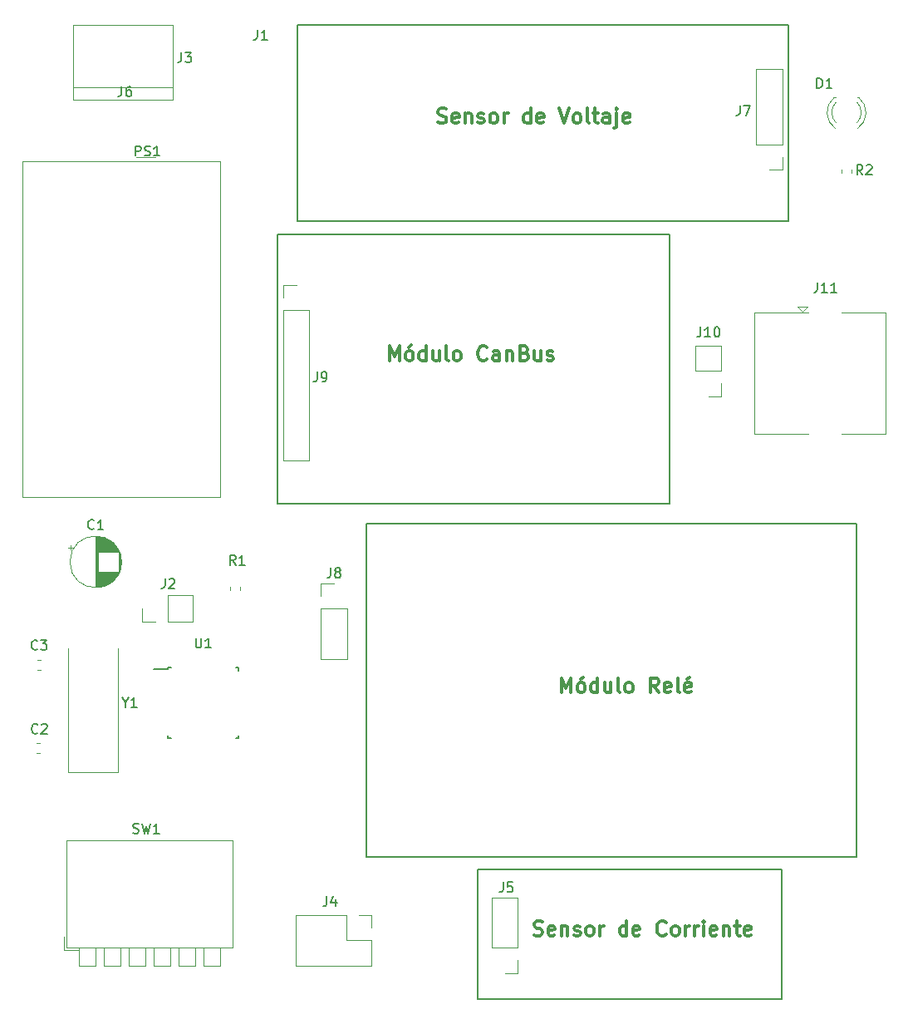
<source format=gto>
G04 #@! TF.GenerationSoftware,KiCad,Pcbnew,(5.1.6)-1*
G04 #@! TF.CreationDate,2021-11-02T04:41:39+01:00*
G04 #@! TF.ProjectId,SLAVE,534c4156-452e-46b6-9963-61645f706362,V1*
G04 #@! TF.SameCoordinates,Original*
G04 #@! TF.FileFunction,Legend,Top*
G04 #@! TF.FilePolarity,Positive*
%FSLAX46Y46*%
G04 Gerber Fmt 4.6, Leading zero omitted, Abs format (unit mm)*
G04 Created by KiCad (PCBNEW (5.1.6)-1) date 2021-11-02 04:41:39*
%MOMM*%
%LPD*%
G01*
G04 APERTURE LIST*
%ADD10C,0.300000*%
%ADD11C,0.150000*%
%ADD12C,0.120000*%
%ADD13C,4.600000*%
%ADD14C,2.600000*%
%ADD15C,3.300000*%
%ADD16C,1.700000*%
%ADD17R,1.700000X1.700000*%
%ADD18C,1.900000*%
%ADD19R,1.900000X1.900000*%
%ADD20C,2.650000*%
%ADD21R,1.800000X1.800000*%
%ADD22O,1.800000X1.800000*%
%ADD23C,3.100000*%
%ADD24R,3.100000X3.100000*%
%ADD25C,1.600000*%
%ADD26C,2.400000*%
%ADD27R,1.600000X1.600000*%
%ADD28R,2.100000X2.400000*%
%ADD29O,1.700000X1.700000*%
%ADD30R,0.650000X1.700000*%
%ADD31R,1.700000X0.650000*%
%ADD32R,2.100000X4.600000*%
G04 APERTURE END LIST*
D10*
X156108571Y-145477142D02*
X156322857Y-145548571D01*
X156680000Y-145548571D01*
X156822857Y-145477142D01*
X156894285Y-145405714D01*
X156965714Y-145262857D01*
X156965714Y-145120000D01*
X156894285Y-144977142D01*
X156822857Y-144905714D01*
X156680000Y-144834285D01*
X156394285Y-144762857D01*
X156251428Y-144691428D01*
X156180000Y-144620000D01*
X156108571Y-144477142D01*
X156108571Y-144334285D01*
X156180000Y-144191428D01*
X156251428Y-144120000D01*
X156394285Y-144048571D01*
X156751428Y-144048571D01*
X156965714Y-144120000D01*
X158180000Y-145477142D02*
X158037142Y-145548571D01*
X157751428Y-145548571D01*
X157608571Y-145477142D01*
X157537142Y-145334285D01*
X157537142Y-144762857D01*
X157608571Y-144620000D01*
X157751428Y-144548571D01*
X158037142Y-144548571D01*
X158180000Y-144620000D01*
X158251428Y-144762857D01*
X158251428Y-144905714D01*
X157537142Y-145048571D01*
X158894285Y-144548571D02*
X158894285Y-145548571D01*
X158894285Y-144691428D02*
X158965714Y-144620000D01*
X159108571Y-144548571D01*
X159322857Y-144548571D01*
X159465714Y-144620000D01*
X159537142Y-144762857D01*
X159537142Y-145548571D01*
X160180000Y-145477142D02*
X160322857Y-145548571D01*
X160608571Y-145548571D01*
X160751428Y-145477142D01*
X160822857Y-145334285D01*
X160822857Y-145262857D01*
X160751428Y-145120000D01*
X160608571Y-145048571D01*
X160394285Y-145048571D01*
X160251428Y-144977142D01*
X160180000Y-144834285D01*
X160180000Y-144762857D01*
X160251428Y-144620000D01*
X160394285Y-144548571D01*
X160608571Y-144548571D01*
X160751428Y-144620000D01*
X161680000Y-145548571D02*
X161537142Y-145477142D01*
X161465714Y-145405714D01*
X161394285Y-145262857D01*
X161394285Y-144834285D01*
X161465714Y-144691428D01*
X161537142Y-144620000D01*
X161680000Y-144548571D01*
X161894285Y-144548571D01*
X162037142Y-144620000D01*
X162108571Y-144691428D01*
X162180000Y-144834285D01*
X162180000Y-145262857D01*
X162108571Y-145405714D01*
X162037142Y-145477142D01*
X161894285Y-145548571D01*
X161680000Y-145548571D01*
X162822857Y-145548571D02*
X162822857Y-144548571D01*
X162822857Y-144834285D02*
X162894285Y-144691428D01*
X162965714Y-144620000D01*
X163108571Y-144548571D01*
X163251428Y-144548571D01*
X165537142Y-145548571D02*
X165537142Y-144048571D01*
X165537142Y-145477142D02*
X165394285Y-145548571D01*
X165108571Y-145548571D01*
X164965714Y-145477142D01*
X164894285Y-145405714D01*
X164822857Y-145262857D01*
X164822857Y-144834285D01*
X164894285Y-144691428D01*
X164965714Y-144620000D01*
X165108571Y-144548571D01*
X165394285Y-144548571D01*
X165537142Y-144620000D01*
X166822857Y-145477142D02*
X166680000Y-145548571D01*
X166394285Y-145548571D01*
X166251428Y-145477142D01*
X166180000Y-145334285D01*
X166180000Y-144762857D01*
X166251428Y-144620000D01*
X166394285Y-144548571D01*
X166680000Y-144548571D01*
X166822857Y-144620000D01*
X166894285Y-144762857D01*
X166894285Y-144905714D01*
X166180000Y-145048571D01*
X169537142Y-145405714D02*
X169465714Y-145477142D01*
X169251428Y-145548571D01*
X169108571Y-145548571D01*
X168894285Y-145477142D01*
X168751428Y-145334285D01*
X168680000Y-145191428D01*
X168608571Y-144905714D01*
X168608571Y-144691428D01*
X168680000Y-144405714D01*
X168751428Y-144262857D01*
X168894285Y-144120000D01*
X169108571Y-144048571D01*
X169251428Y-144048571D01*
X169465714Y-144120000D01*
X169537142Y-144191428D01*
X170394285Y-145548571D02*
X170251428Y-145477142D01*
X170180000Y-145405714D01*
X170108571Y-145262857D01*
X170108571Y-144834285D01*
X170180000Y-144691428D01*
X170251428Y-144620000D01*
X170394285Y-144548571D01*
X170608571Y-144548571D01*
X170751428Y-144620000D01*
X170822857Y-144691428D01*
X170894285Y-144834285D01*
X170894285Y-145262857D01*
X170822857Y-145405714D01*
X170751428Y-145477142D01*
X170608571Y-145548571D01*
X170394285Y-145548571D01*
X171537142Y-145548571D02*
X171537142Y-144548571D01*
X171537142Y-144834285D02*
X171608571Y-144691428D01*
X171680000Y-144620000D01*
X171822857Y-144548571D01*
X171965714Y-144548571D01*
X172465714Y-145548571D02*
X172465714Y-144548571D01*
X172465714Y-144834285D02*
X172537142Y-144691428D01*
X172608571Y-144620000D01*
X172751428Y-144548571D01*
X172894285Y-144548571D01*
X173394285Y-145548571D02*
X173394285Y-144548571D01*
X173394285Y-144048571D02*
X173322857Y-144120000D01*
X173394285Y-144191428D01*
X173465714Y-144120000D01*
X173394285Y-144048571D01*
X173394285Y-144191428D01*
X174680000Y-145477142D02*
X174537142Y-145548571D01*
X174251428Y-145548571D01*
X174108571Y-145477142D01*
X174037142Y-145334285D01*
X174037142Y-144762857D01*
X174108571Y-144620000D01*
X174251428Y-144548571D01*
X174537142Y-144548571D01*
X174680000Y-144620000D01*
X174751428Y-144762857D01*
X174751428Y-144905714D01*
X174037142Y-145048571D01*
X175394285Y-144548571D02*
X175394285Y-145548571D01*
X175394285Y-144691428D02*
X175465714Y-144620000D01*
X175608571Y-144548571D01*
X175822857Y-144548571D01*
X175965714Y-144620000D01*
X176037142Y-144762857D01*
X176037142Y-145548571D01*
X176537142Y-144548571D02*
X177108571Y-144548571D01*
X176751428Y-144048571D02*
X176751428Y-145334285D01*
X176822857Y-145477142D01*
X176965714Y-145548571D01*
X177108571Y-145548571D01*
X178180000Y-145477142D02*
X178037142Y-145548571D01*
X177751428Y-145548571D01*
X177608571Y-145477142D01*
X177537142Y-145334285D01*
X177537142Y-144762857D01*
X177608571Y-144620000D01*
X177751428Y-144548571D01*
X178037142Y-144548571D01*
X178180000Y-144620000D01*
X178251428Y-144762857D01*
X178251428Y-144905714D01*
X177537142Y-145048571D01*
X158872857Y-120778571D02*
X158872857Y-119278571D01*
X159372857Y-120350000D01*
X159872857Y-119278571D01*
X159872857Y-120778571D01*
X160801428Y-120778571D02*
X160658571Y-120707142D01*
X160587142Y-120635714D01*
X160515714Y-120492857D01*
X160515714Y-120064285D01*
X160587142Y-119921428D01*
X160658571Y-119850000D01*
X160801428Y-119778571D01*
X161015714Y-119778571D01*
X161158571Y-119850000D01*
X161230000Y-119921428D01*
X161301428Y-120064285D01*
X161301428Y-120492857D01*
X161230000Y-120635714D01*
X161158571Y-120707142D01*
X161015714Y-120778571D01*
X160801428Y-120778571D01*
X161087142Y-119207142D02*
X160872857Y-119421428D01*
X162587142Y-120778571D02*
X162587142Y-119278571D01*
X162587142Y-120707142D02*
X162444285Y-120778571D01*
X162158571Y-120778571D01*
X162015714Y-120707142D01*
X161944285Y-120635714D01*
X161872857Y-120492857D01*
X161872857Y-120064285D01*
X161944285Y-119921428D01*
X162015714Y-119850000D01*
X162158571Y-119778571D01*
X162444285Y-119778571D01*
X162587142Y-119850000D01*
X163944285Y-119778571D02*
X163944285Y-120778571D01*
X163301428Y-119778571D02*
X163301428Y-120564285D01*
X163372857Y-120707142D01*
X163515714Y-120778571D01*
X163730000Y-120778571D01*
X163872857Y-120707142D01*
X163944285Y-120635714D01*
X164872857Y-120778571D02*
X164730000Y-120707142D01*
X164658571Y-120564285D01*
X164658571Y-119278571D01*
X165658571Y-120778571D02*
X165515714Y-120707142D01*
X165444285Y-120635714D01*
X165372857Y-120492857D01*
X165372857Y-120064285D01*
X165444285Y-119921428D01*
X165515714Y-119850000D01*
X165658571Y-119778571D01*
X165872857Y-119778571D01*
X166015714Y-119850000D01*
X166087142Y-119921428D01*
X166158571Y-120064285D01*
X166158571Y-120492857D01*
X166087142Y-120635714D01*
X166015714Y-120707142D01*
X165872857Y-120778571D01*
X165658571Y-120778571D01*
X168801428Y-120778571D02*
X168301428Y-120064285D01*
X167944285Y-120778571D02*
X167944285Y-119278571D01*
X168515714Y-119278571D01*
X168658571Y-119350000D01*
X168730000Y-119421428D01*
X168801428Y-119564285D01*
X168801428Y-119778571D01*
X168730000Y-119921428D01*
X168658571Y-119992857D01*
X168515714Y-120064285D01*
X167944285Y-120064285D01*
X170015714Y-120707142D02*
X169872857Y-120778571D01*
X169587142Y-120778571D01*
X169444285Y-120707142D01*
X169372857Y-120564285D01*
X169372857Y-119992857D01*
X169444285Y-119850000D01*
X169587142Y-119778571D01*
X169872857Y-119778571D01*
X170015714Y-119850000D01*
X170087142Y-119992857D01*
X170087142Y-120135714D01*
X169372857Y-120278571D01*
X170944285Y-120778571D02*
X170801428Y-120707142D01*
X170730000Y-120564285D01*
X170730000Y-119278571D01*
X172087142Y-120707142D02*
X171944285Y-120778571D01*
X171658571Y-120778571D01*
X171515714Y-120707142D01*
X171444285Y-120564285D01*
X171444285Y-119992857D01*
X171515714Y-119850000D01*
X171658571Y-119778571D01*
X171944285Y-119778571D01*
X172087142Y-119850000D01*
X172158571Y-119992857D01*
X172158571Y-120135714D01*
X171444285Y-120278571D01*
X171944285Y-119207142D02*
X171730000Y-119421428D01*
X141368571Y-86978571D02*
X141368571Y-85478571D01*
X141868571Y-86550000D01*
X142368571Y-85478571D01*
X142368571Y-86978571D01*
X143297142Y-86978571D02*
X143154285Y-86907142D01*
X143082857Y-86835714D01*
X143011428Y-86692857D01*
X143011428Y-86264285D01*
X143082857Y-86121428D01*
X143154285Y-86050000D01*
X143297142Y-85978571D01*
X143511428Y-85978571D01*
X143654285Y-86050000D01*
X143725714Y-86121428D01*
X143797142Y-86264285D01*
X143797142Y-86692857D01*
X143725714Y-86835714D01*
X143654285Y-86907142D01*
X143511428Y-86978571D01*
X143297142Y-86978571D01*
X143582857Y-85407142D02*
X143368571Y-85621428D01*
X145082857Y-86978571D02*
X145082857Y-85478571D01*
X145082857Y-86907142D02*
X144940000Y-86978571D01*
X144654285Y-86978571D01*
X144511428Y-86907142D01*
X144440000Y-86835714D01*
X144368571Y-86692857D01*
X144368571Y-86264285D01*
X144440000Y-86121428D01*
X144511428Y-86050000D01*
X144654285Y-85978571D01*
X144940000Y-85978571D01*
X145082857Y-86050000D01*
X146440000Y-85978571D02*
X146440000Y-86978571D01*
X145797142Y-85978571D02*
X145797142Y-86764285D01*
X145868571Y-86907142D01*
X146011428Y-86978571D01*
X146225714Y-86978571D01*
X146368571Y-86907142D01*
X146440000Y-86835714D01*
X147368571Y-86978571D02*
X147225714Y-86907142D01*
X147154285Y-86764285D01*
X147154285Y-85478571D01*
X148154285Y-86978571D02*
X148011428Y-86907142D01*
X147940000Y-86835714D01*
X147868571Y-86692857D01*
X147868571Y-86264285D01*
X147940000Y-86121428D01*
X148011428Y-86050000D01*
X148154285Y-85978571D01*
X148368571Y-85978571D01*
X148511428Y-86050000D01*
X148582857Y-86121428D01*
X148654285Y-86264285D01*
X148654285Y-86692857D01*
X148582857Y-86835714D01*
X148511428Y-86907142D01*
X148368571Y-86978571D01*
X148154285Y-86978571D01*
X151297142Y-86835714D02*
X151225714Y-86907142D01*
X151011428Y-86978571D01*
X150868571Y-86978571D01*
X150654285Y-86907142D01*
X150511428Y-86764285D01*
X150440000Y-86621428D01*
X150368571Y-86335714D01*
X150368571Y-86121428D01*
X150440000Y-85835714D01*
X150511428Y-85692857D01*
X150654285Y-85550000D01*
X150868571Y-85478571D01*
X151011428Y-85478571D01*
X151225714Y-85550000D01*
X151297142Y-85621428D01*
X152582857Y-86978571D02*
X152582857Y-86192857D01*
X152511428Y-86050000D01*
X152368571Y-85978571D01*
X152082857Y-85978571D01*
X151940000Y-86050000D01*
X152582857Y-86907142D02*
X152440000Y-86978571D01*
X152082857Y-86978571D01*
X151940000Y-86907142D01*
X151868571Y-86764285D01*
X151868571Y-86621428D01*
X151940000Y-86478571D01*
X152082857Y-86407142D01*
X152440000Y-86407142D01*
X152582857Y-86335714D01*
X153297142Y-85978571D02*
X153297142Y-86978571D01*
X153297142Y-86121428D02*
X153368571Y-86050000D01*
X153511428Y-85978571D01*
X153725714Y-85978571D01*
X153868571Y-86050000D01*
X153940000Y-86192857D01*
X153940000Y-86978571D01*
X155154285Y-86192857D02*
X155368571Y-86264285D01*
X155440000Y-86335714D01*
X155511428Y-86478571D01*
X155511428Y-86692857D01*
X155440000Y-86835714D01*
X155368571Y-86907142D01*
X155225714Y-86978571D01*
X154654285Y-86978571D01*
X154654285Y-85478571D01*
X155154285Y-85478571D01*
X155297142Y-85550000D01*
X155368571Y-85621428D01*
X155440000Y-85764285D01*
X155440000Y-85907142D01*
X155368571Y-86050000D01*
X155297142Y-86121428D01*
X155154285Y-86192857D01*
X154654285Y-86192857D01*
X156797142Y-85978571D02*
X156797142Y-86978571D01*
X156154285Y-85978571D02*
X156154285Y-86764285D01*
X156225714Y-86907142D01*
X156368571Y-86978571D01*
X156582857Y-86978571D01*
X156725714Y-86907142D01*
X156797142Y-86835714D01*
X157440000Y-86907142D02*
X157582857Y-86978571D01*
X157868571Y-86978571D01*
X158011428Y-86907142D01*
X158082857Y-86764285D01*
X158082857Y-86692857D01*
X158011428Y-86550000D01*
X157868571Y-86478571D01*
X157654285Y-86478571D01*
X157511428Y-86407142D01*
X157440000Y-86264285D01*
X157440000Y-86192857D01*
X157511428Y-86050000D01*
X157654285Y-85978571D01*
X157868571Y-85978571D01*
X158011428Y-86050000D01*
X146314285Y-62707142D02*
X146528571Y-62778571D01*
X146885714Y-62778571D01*
X147028571Y-62707142D01*
X147100000Y-62635714D01*
X147171428Y-62492857D01*
X147171428Y-62350000D01*
X147100000Y-62207142D01*
X147028571Y-62135714D01*
X146885714Y-62064285D01*
X146600000Y-61992857D01*
X146457142Y-61921428D01*
X146385714Y-61850000D01*
X146314285Y-61707142D01*
X146314285Y-61564285D01*
X146385714Y-61421428D01*
X146457142Y-61350000D01*
X146600000Y-61278571D01*
X146957142Y-61278571D01*
X147171428Y-61350000D01*
X148385714Y-62707142D02*
X148242857Y-62778571D01*
X147957142Y-62778571D01*
X147814285Y-62707142D01*
X147742857Y-62564285D01*
X147742857Y-61992857D01*
X147814285Y-61850000D01*
X147957142Y-61778571D01*
X148242857Y-61778571D01*
X148385714Y-61850000D01*
X148457142Y-61992857D01*
X148457142Y-62135714D01*
X147742857Y-62278571D01*
X149100000Y-61778571D02*
X149100000Y-62778571D01*
X149100000Y-61921428D02*
X149171428Y-61850000D01*
X149314285Y-61778571D01*
X149528571Y-61778571D01*
X149671428Y-61850000D01*
X149742857Y-61992857D01*
X149742857Y-62778571D01*
X150385714Y-62707142D02*
X150528571Y-62778571D01*
X150814285Y-62778571D01*
X150957142Y-62707142D01*
X151028571Y-62564285D01*
X151028571Y-62492857D01*
X150957142Y-62350000D01*
X150814285Y-62278571D01*
X150600000Y-62278571D01*
X150457142Y-62207142D01*
X150385714Y-62064285D01*
X150385714Y-61992857D01*
X150457142Y-61850000D01*
X150600000Y-61778571D01*
X150814285Y-61778571D01*
X150957142Y-61850000D01*
X151885714Y-62778571D02*
X151742857Y-62707142D01*
X151671428Y-62635714D01*
X151600000Y-62492857D01*
X151600000Y-62064285D01*
X151671428Y-61921428D01*
X151742857Y-61850000D01*
X151885714Y-61778571D01*
X152100000Y-61778571D01*
X152242857Y-61850000D01*
X152314285Y-61921428D01*
X152385714Y-62064285D01*
X152385714Y-62492857D01*
X152314285Y-62635714D01*
X152242857Y-62707142D01*
X152100000Y-62778571D01*
X151885714Y-62778571D01*
X153028571Y-62778571D02*
X153028571Y-61778571D01*
X153028571Y-62064285D02*
X153100000Y-61921428D01*
X153171428Y-61850000D01*
X153314285Y-61778571D01*
X153457142Y-61778571D01*
X155742857Y-62778571D02*
X155742857Y-61278571D01*
X155742857Y-62707142D02*
X155600000Y-62778571D01*
X155314285Y-62778571D01*
X155171428Y-62707142D01*
X155100000Y-62635714D01*
X155028571Y-62492857D01*
X155028571Y-62064285D01*
X155100000Y-61921428D01*
X155171428Y-61850000D01*
X155314285Y-61778571D01*
X155600000Y-61778571D01*
X155742857Y-61850000D01*
X157028571Y-62707142D02*
X156885714Y-62778571D01*
X156600000Y-62778571D01*
X156457142Y-62707142D01*
X156385714Y-62564285D01*
X156385714Y-61992857D01*
X156457142Y-61850000D01*
X156600000Y-61778571D01*
X156885714Y-61778571D01*
X157028571Y-61850000D01*
X157100000Y-61992857D01*
X157100000Y-62135714D01*
X156385714Y-62278571D01*
X158671428Y-61278571D02*
X159171428Y-62778571D01*
X159671428Y-61278571D01*
X160385714Y-62778571D02*
X160242857Y-62707142D01*
X160171428Y-62635714D01*
X160100000Y-62492857D01*
X160100000Y-62064285D01*
X160171428Y-61921428D01*
X160242857Y-61850000D01*
X160385714Y-61778571D01*
X160600000Y-61778571D01*
X160742857Y-61850000D01*
X160814285Y-61921428D01*
X160885714Y-62064285D01*
X160885714Y-62492857D01*
X160814285Y-62635714D01*
X160742857Y-62707142D01*
X160600000Y-62778571D01*
X160385714Y-62778571D01*
X161742857Y-62778571D02*
X161600000Y-62707142D01*
X161528571Y-62564285D01*
X161528571Y-61278571D01*
X162100000Y-61778571D02*
X162671428Y-61778571D01*
X162314285Y-61278571D02*
X162314285Y-62564285D01*
X162385714Y-62707142D01*
X162528571Y-62778571D01*
X162671428Y-62778571D01*
X163814285Y-62778571D02*
X163814285Y-61992857D01*
X163742857Y-61850000D01*
X163600000Y-61778571D01*
X163314285Y-61778571D01*
X163171428Y-61850000D01*
X163814285Y-62707142D02*
X163671428Y-62778571D01*
X163314285Y-62778571D01*
X163171428Y-62707142D01*
X163100000Y-62564285D01*
X163100000Y-62421428D01*
X163171428Y-62278571D01*
X163314285Y-62207142D01*
X163671428Y-62207142D01*
X163814285Y-62135714D01*
X164528571Y-61778571D02*
X164528571Y-63064285D01*
X164457142Y-63207142D01*
X164314285Y-63278571D01*
X164242857Y-63278571D01*
X164528571Y-61278571D02*
X164457142Y-61350000D01*
X164528571Y-61421428D01*
X164600000Y-61350000D01*
X164528571Y-61278571D01*
X164528571Y-61421428D01*
X165814285Y-62707142D02*
X165671428Y-62778571D01*
X165385714Y-62778571D01*
X165242857Y-62707142D01*
X165171428Y-62564285D01*
X165171428Y-61992857D01*
X165242857Y-61850000D01*
X165385714Y-61778571D01*
X165671428Y-61778571D01*
X165814285Y-61850000D01*
X165885714Y-61992857D01*
X165885714Y-62135714D01*
X165171428Y-62278571D01*
D11*
X150320000Y-151980000D02*
X150320000Y-138800000D01*
X181320000Y-151980000D02*
X150320000Y-151980000D01*
X181320000Y-138800000D02*
X181320000Y-151980000D01*
X150320000Y-138800000D02*
X181320000Y-138800000D01*
X132010000Y-52790000D02*
X182010000Y-52790000D01*
X182010000Y-72790000D02*
X182010000Y-52790000D01*
X182010000Y-72790000D02*
X132010000Y-72790000D01*
X132010000Y-52790000D02*
X132010000Y-72790000D01*
X138990000Y-103530000D02*
X138990000Y-137530000D01*
X138990000Y-103530000D02*
X188990000Y-103530000D01*
X188990000Y-137530000D02*
X188990000Y-103530000D01*
X188990000Y-137530000D02*
X138990000Y-137530000D01*
X169945000Y-74070000D02*
X169945000Y-101570000D01*
X129945000Y-74070000D02*
X169945000Y-74070000D01*
X129945000Y-101570000D02*
X129945000Y-74070000D01*
X129945000Y-101570000D02*
X169945000Y-101570000D01*
D12*
X108875225Y-105735000D02*
X108875225Y-106235000D01*
X108625225Y-105985000D02*
X109125225Y-105985000D01*
X114031000Y-107176000D02*
X114031000Y-107744000D01*
X113991000Y-106942000D02*
X113991000Y-107978000D01*
X113951000Y-106783000D02*
X113951000Y-108137000D01*
X113911000Y-106655000D02*
X113911000Y-108265000D01*
X113871000Y-106545000D02*
X113871000Y-108375000D01*
X113831000Y-106449000D02*
X113831000Y-108471000D01*
X113791000Y-106362000D02*
X113791000Y-108558000D01*
X113751000Y-106282000D02*
X113751000Y-108638000D01*
X113711000Y-108500000D02*
X113711000Y-108711000D01*
X113711000Y-106209000D02*
X113711000Y-106420000D01*
X113671000Y-108500000D02*
X113671000Y-108779000D01*
X113671000Y-106141000D02*
X113671000Y-106420000D01*
X113631000Y-108500000D02*
X113631000Y-108843000D01*
X113631000Y-106077000D02*
X113631000Y-106420000D01*
X113591000Y-108500000D02*
X113591000Y-108903000D01*
X113591000Y-106017000D02*
X113591000Y-106420000D01*
X113551000Y-108500000D02*
X113551000Y-108960000D01*
X113551000Y-105960000D02*
X113551000Y-106420000D01*
X113511000Y-108500000D02*
X113511000Y-109014000D01*
X113511000Y-105906000D02*
X113511000Y-106420000D01*
X113471000Y-108500000D02*
X113471000Y-109065000D01*
X113471000Y-105855000D02*
X113471000Y-106420000D01*
X113431000Y-108500000D02*
X113431000Y-109113000D01*
X113431000Y-105807000D02*
X113431000Y-106420000D01*
X113391000Y-108500000D02*
X113391000Y-109159000D01*
X113391000Y-105761000D02*
X113391000Y-106420000D01*
X113351000Y-108500000D02*
X113351000Y-109203000D01*
X113351000Y-105717000D02*
X113351000Y-106420000D01*
X113311000Y-108500000D02*
X113311000Y-109245000D01*
X113311000Y-105675000D02*
X113311000Y-106420000D01*
X113271000Y-108500000D02*
X113271000Y-109286000D01*
X113271000Y-105634000D02*
X113271000Y-106420000D01*
X113231000Y-108500000D02*
X113231000Y-109324000D01*
X113231000Y-105596000D02*
X113231000Y-106420000D01*
X113191000Y-108500000D02*
X113191000Y-109361000D01*
X113191000Y-105559000D02*
X113191000Y-106420000D01*
X113151000Y-108500000D02*
X113151000Y-109397000D01*
X113151000Y-105523000D02*
X113151000Y-106420000D01*
X113111000Y-108500000D02*
X113111000Y-109431000D01*
X113111000Y-105489000D02*
X113111000Y-106420000D01*
X113071000Y-108500000D02*
X113071000Y-109464000D01*
X113071000Y-105456000D02*
X113071000Y-106420000D01*
X113031000Y-108500000D02*
X113031000Y-109495000D01*
X113031000Y-105425000D02*
X113031000Y-106420000D01*
X112991000Y-108500000D02*
X112991000Y-109525000D01*
X112991000Y-105395000D02*
X112991000Y-106420000D01*
X112951000Y-108500000D02*
X112951000Y-109555000D01*
X112951000Y-105365000D02*
X112951000Y-106420000D01*
X112911000Y-108500000D02*
X112911000Y-109582000D01*
X112911000Y-105338000D02*
X112911000Y-106420000D01*
X112871000Y-108500000D02*
X112871000Y-109609000D01*
X112871000Y-105311000D02*
X112871000Y-106420000D01*
X112831000Y-108500000D02*
X112831000Y-109635000D01*
X112831000Y-105285000D02*
X112831000Y-106420000D01*
X112791000Y-108500000D02*
X112791000Y-109660000D01*
X112791000Y-105260000D02*
X112791000Y-106420000D01*
X112751000Y-108500000D02*
X112751000Y-109684000D01*
X112751000Y-105236000D02*
X112751000Y-106420000D01*
X112711000Y-108500000D02*
X112711000Y-109707000D01*
X112711000Y-105213000D02*
X112711000Y-106420000D01*
X112671000Y-108500000D02*
X112671000Y-109728000D01*
X112671000Y-105192000D02*
X112671000Y-106420000D01*
X112631000Y-108500000D02*
X112631000Y-109750000D01*
X112631000Y-105170000D02*
X112631000Y-106420000D01*
X112591000Y-108500000D02*
X112591000Y-109770000D01*
X112591000Y-105150000D02*
X112591000Y-106420000D01*
X112551000Y-108500000D02*
X112551000Y-109789000D01*
X112551000Y-105131000D02*
X112551000Y-106420000D01*
X112511000Y-108500000D02*
X112511000Y-109808000D01*
X112511000Y-105112000D02*
X112511000Y-106420000D01*
X112471000Y-108500000D02*
X112471000Y-109825000D01*
X112471000Y-105095000D02*
X112471000Y-106420000D01*
X112431000Y-108500000D02*
X112431000Y-109842000D01*
X112431000Y-105078000D02*
X112431000Y-106420000D01*
X112391000Y-108500000D02*
X112391000Y-109858000D01*
X112391000Y-105062000D02*
X112391000Y-106420000D01*
X112351000Y-108500000D02*
X112351000Y-109874000D01*
X112351000Y-105046000D02*
X112351000Y-106420000D01*
X112311000Y-108500000D02*
X112311000Y-109888000D01*
X112311000Y-105032000D02*
X112311000Y-106420000D01*
X112271000Y-108500000D02*
X112271000Y-109902000D01*
X112271000Y-105018000D02*
X112271000Y-106420000D01*
X112231000Y-108500000D02*
X112231000Y-109915000D01*
X112231000Y-105005000D02*
X112231000Y-106420000D01*
X112191000Y-108500000D02*
X112191000Y-109928000D01*
X112191000Y-104992000D02*
X112191000Y-106420000D01*
X112151000Y-108500000D02*
X112151000Y-109940000D01*
X112151000Y-104980000D02*
X112151000Y-106420000D01*
X112110000Y-108500000D02*
X112110000Y-109951000D01*
X112110000Y-104969000D02*
X112110000Y-106420000D01*
X112070000Y-108500000D02*
X112070000Y-109961000D01*
X112070000Y-104959000D02*
X112070000Y-106420000D01*
X112030000Y-108500000D02*
X112030000Y-109971000D01*
X112030000Y-104949000D02*
X112030000Y-106420000D01*
X111990000Y-108500000D02*
X111990000Y-109980000D01*
X111990000Y-104940000D02*
X111990000Y-106420000D01*
X111950000Y-108500000D02*
X111950000Y-109988000D01*
X111950000Y-104932000D02*
X111950000Y-106420000D01*
X111910000Y-108500000D02*
X111910000Y-109996000D01*
X111910000Y-104924000D02*
X111910000Y-106420000D01*
X111870000Y-108500000D02*
X111870000Y-110003000D01*
X111870000Y-104917000D02*
X111870000Y-106420000D01*
X111830000Y-108500000D02*
X111830000Y-110010000D01*
X111830000Y-104910000D02*
X111830000Y-106420000D01*
X111790000Y-108500000D02*
X111790000Y-110016000D01*
X111790000Y-104904000D02*
X111790000Y-106420000D01*
X111750000Y-108500000D02*
X111750000Y-110021000D01*
X111750000Y-104899000D02*
X111750000Y-106420000D01*
X111710000Y-108500000D02*
X111710000Y-110025000D01*
X111710000Y-104895000D02*
X111710000Y-106420000D01*
X111670000Y-108500000D02*
X111670000Y-110029000D01*
X111670000Y-104891000D02*
X111670000Y-106420000D01*
X111630000Y-104887000D02*
X111630000Y-110033000D01*
X111590000Y-104884000D02*
X111590000Y-110036000D01*
X111550000Y-104882000D02*
X111550000Y-110038000D01*
X111510000Y-104881000D02*
X111510000Y-110039000D01*
X111470000Y-104880000D02*
X111470000Y-110040000D01*
X111430000Y-104880000D02*
X111430000Y-110040000D01*
X114050000Y-107460000D02*
G75*
G03*
X114050000Y-107460000I-2620000J0D01*
G01*
X105741267Y-126960000D02*
X105398733Y-126960000D01*
X105741267Y-125940000D02*
X105398733Y-125940000D01*
X105831267Y-117440000D02*
X105488733Y-117440000D01*
X105831267Y-118460000D02*
X105488733Y-118460000D01*
X186870000Y-60130000D02*
X186714000Y-60130000D01*
X189186000Y-60130000D02*
X189030000Y-60130000D01*
X186870163Y-62731130D02*
G75*
G02*
X186870000Y-60649039I1079837J1041130D01*
G01*
X189029837Y-62731130D02*
G75*
G03*
X189030000Y-60649039I-1079837J1041130D01*
G01*
X186871392Y-63362335D02*
G75*
G02*
X186714484Y-60130000I1078608J1672335D01*
G01*
X189028608Y-63362335D02*
G75*
G03*
X189185516Y-60130000I-1078608J1672335D01*
G01*
X121340000Y-113520000D02*
X121340000Y-110860000D01*
X118740000Y-113520000D02*
X121340000Y-113520000D01*
X118740000Y-110860000D02*
X121340000Y-110860000D01*
X118740000Y-113520000D02*
X118740000Y-110860000D01*
X117470000Y-113520000D02*
X116140000Y-113520000D01*
X116140000Y-113520000D02*
X116140000Y-112190000D01*
X109140000Y-60420000D02*
X119300000Y-60420000D01*
X109140000Y-52800000D02*
X109140000Y-60420000D01*
X119300000Y-52800000D02*
X109140000Y-52800000D01*
X119300000Y-60420000D02*
X119300000Y-52800000D01*
X119300000Y-59150000D02*
X109140000Y-59150000D01*
X139560000Y-143410000D02*
X139560000Y-144740000D01*
X138230000Y-143410000D02*
X139560000Y-143410000D01*
X139560000Y-146010000D02*
X139560000Y-148610000D01*
X136960000Y-146010000D02*
X139560000Y-146010000D01*
X136960000Y-143410000D02*
X136960000Y-146010000D01*
X139560000Y-148610000D02*
X131820000Y-148610000D01*
X136960000Y-143410000D02*
X131820000Y-143410000D01*
X131820000Y-143410000D02*
X131820000Y-148610000D01*
X154450000Y-149390000D02*
X153120000Y-149390000D01*
X154450000Y-148060000D02*
X154450000Y-149390000D01*
X154450000Y-146790000D02*
X151790000Y-146790000D01*
X151790000Y-146790000D02*
X151790000Y-141650000D01*
X154450000Y-146790000D02*
X154450000Y-141650000D01*
X154450000Y-141650000D02*
X151790000Y-141650000D01*
X181410000Y-67530000D02*
X180080000Y-67530000D01*
X181410000Y-66200000D02*
X181410000Y-67530000D01*
X181410000Y-64930000D02*
X178750000Y-64930000D01*
X178750000Y-64930000D02*
X178750000Y-57250000D01*
X181410000Y-64930000D02*
X181410000Y-57250000D01*
X181410000Y-57250000D02*
X178750000Y-57250000D01*
X134380000Y-117380000D02*
X137040000Y-117380000D01*
X134380000Y-112240000D02*
X134380000Y-117380000D01*
X137040000Y-112240000D02*
X137040000Y-117380000D01*
X134380000Y-112240000D02*
X137040000Y-112240000D01*
X134380000Y-110970000D02*
X134380000Y-109640000D01*
X134380000Y-109640000D02*
X135710000Y-109640000D01*
X130550000Y-97140000D02*
X133210000Y-97140000D01*
X130550000Y-81840000D02*
X130550000Y-97140000D01*
X133210000Y-81840000D02*
X133210000Y-97140000D01*
X130550000Y-81840000D02*
X133210000Y-81840000D01*
X130550000Y-80570000D02*
X130550000Y-79240000D01*
X130550000Y-79240000D02*
X131880000Y-79240000D01*
X175200000Y-90610000D02*
X173870000Y-90610000D01*
X175200000Y-89280000D02*
X175200000Y-90610000D01*
X175200000Y-88010000D02*
X172540000Y-88010000D01*
X172540000Y-88010000D02*
X172540000Y-85410000D01*
X175200000Y-88010000D02*
X175200000Y-85410000D01*
X175200000Y-85410000D02*
X172540000Y-85410000D01*
X178550000Y-94460000D02*
X178550000Y-82060000D01*
X178550000Y-82060000D02*
X184020000Y-82060000D01*
X191950000Y-82060000D02*
X187480000Y-82060000D01*
X191950000Y-82060000D02*
X191950000Y-94460000D01*
X191950000Y-94460000D02*
X187480000Y-94460000D01*
X184020000Y-94460000D02*
X178550000Y-94460000D01*
X183950000Y-81450000D02*
X183450000Y-81950000D01*
X183450000Y-81950000D02*
X182950000Y-81450000D01*
X182950000Y-81450000D02*
X183950000Y-81450000D01*
X117540000Y-66270000D02*
X115530000Y-66270000D01*
X124140000Y-100860000D02*
X124140000Y-66660000D01*
X103940000Y-100860000D02*
X124140000Y-100860000D01*
X103940000Y-66660000D02*
X103940000Y-100860000D01*
X124140000Y-66660000D02*
X103940000Y-66660000D01*
X125160000Y-110038733D02*
X125160000Y-110381267D01*
X126180000Y-110038733D02*
X126180000Y-110381267D01*
X187450000Y-67811267D02*
X187450000Y-67468733D01*
X188470000Y-67811267D02*
X188470000Y-67468733D01*
X122460000Y-146770000D02*
X124080000Y-146770000D01*
X122460000Y-148630000D02*
X124080000Y-148630000D01*
X124080000Y-148630000D02*
X124080000Y-146770000D01*
X122460000Y-148630000D02*
X122460000Y-146770000D01*
X119920000Y-146770000D02*
X121540000Y-146770000D01*
X119920000Y-148630000D02*
X121540000Y-148630000D01*
X121540000Y-148630000D02*
X121540000Y-146770000D01*
X119920000Y-148630000D02*
X119920000Y-146770000D01*
X117380000Y-146770000D02*
X119000000Y-146770000D01*
X117380000Y-148630000D02*
X119000000Y-148630000D01*
X119000000Y-148630000D02*
X119000000Y-146770000D01*
X117380000Y-148630000D02*
X117380000Y-146770000D01*
X114840000Y-146770000D02*
X116460000Y-146770000D01*
X114840000Y-148630000D02*
X116460000Y-148630000D01*
X116460000Y-148630000D02*
X116460000Y-146770000D01*
X114840000Y-148630000D02*
X114840000Y-146770000D01*
X112300000Y-146770000D02*
X113920000Y-146770000D01*
X112300000Y-148630000D02*
X113920000Y-148630000D01*
X113920000Y-148630000D02*
X113920000Y-146770000D01*
X112300000Y-148630000D02*
X112300000Y-146770000D01*
X109760000Y-146770000D02*
X111380000Y-146770000D01*
X109760000Y-148630000D02*
X111380000Y-148630000D01*
X111380000Y-148630000D02*
X111380000Y-146770000D01*
X109760000Y-148630000D02*
X109760000Y-146770000D01*
X108220000Y-147010000D02*
X109603000Y-147010000D01*
X108220000Y-147010000D02*
X108220000Y-145627000D01*
X108460000Y-135850000D02*
X125381000Y-135850000D01*
X108460000Y-146770000D02*
X125381000Y-146770000D01*
X125381000Y-146770000D02*
X125381000Y-135850000D01*
X108460000Y-146770000D02*
X108460000Y-135850000D01*
D11*
X118755000Y-118420000D02*
X117330000Y-118420000D01*
X126005000Y-118195000D02*
X125680000Y-118195000D01*
X126005000Y-125445000D02*
X125680000Y-125445000D01*
X118755000Y-125445000D02*
X119080000Y-125445000D01*
X118755000Y-118195000D02*
X119080000Y-118195000D01*
X118755000Y-125445000D02*
X118755000Y-125120000D01*
X126005000Y-125445000D02*
X126005000Y-125120000D01*
X126005000Y-118195000D02*
X126005000Y-118520000D01*
X118755000Y-118195000D02*
X118755000Y-118420000D01*
D12*
X113730000Y-128900000D02*
X113730000Y-116300000D01*
X108630000Y-128900000D02*
X113730000Y-128900000D01*
X108630000Y-116300000D02*
X108630000Y-128900000D01*
D11*
X111263333Y-104067142D02*
X111215714Y-104114761D01*
X111072857Y-104162380D01*
X110977619Y-104162380D01*
X110834761Y-104114761D01*
X110739523Y-104019523D01*
X110691904Y-103924285D01*
X110644285Y-103733809D01*
X110644285Y-103590952D01*
X110691904Y-103400476D01*
X110739523Y-103305238D01*
X110834761Y-103210000D01*
X110977619Y-103162380D01*
X111072857Y-103162380D01*
X111215714Y-103210000D01*
X111263333Y-103257619D01*
X112215714Y-104162380D02*
X111644285Y-104162380D01*
X111930000Y-104162380D02*
X111930000Y-103162380D01*
X111834761Y-103305238D01*
X111739523Y-103400476D01*
X111644285Y-103448095D01*
X105523333Y-124867142D02*
X105475714Y-124914761D01*
X105332857Y-124962380D01*
X105237619Y-124962380D01*
X105094761Y-124914761D01*
X104999523Y-124819523D01*
X104951904Y-124724285D01*
X104904285Y-124533809D01*
X104904285Y-124390952D01*
X104951904Y-124200476D01*
X104999523Y-124105238D01*
X105094761Y-124010000D01*
X105237619Y-123962380D01*
X105332857Y-123962380D01*
X105475714Y-124010000D01*
X105523333Y-124057619D01*
X105904285Y-124057619D02*
X105951904Y-124010000D01*
X106047142Y-123962380D01*
X106285238Y-123962380D01*
X106380476Y-124010000D01*
X106428095Y-124057619D01*
X106475714Y-124152857D01*
X106475714Y-124248095D01*
X106428095Y-124390952D01*
X105856666Y-124962380D01*
X106475714Y-124962380D01*
X105483333Y-116327142D02*
X105435714Y-116374761D01*
X105292857Y-116422380D01*
X105197619Y-116422380D01*
X105054761Y-116374761D01*
X104959523Y-116279523D01*
X104911904Y-116184285D01*
X104864285Y-115993809D01*
X104864285Y-115850952D01*
X104911904Y-115660476D01*
X104959523Y-115565238D01*
X105054761Y-115470000D01*
X105197619Y-115422380D01*
X105292857Y-115422380D01*
X105435714Y-115470000D01*
X105483333Y-115517619D01*
X105816666Y-115422380D02*
X106435714Y-115422380D01*
X106102380Y-115803333D01*
X106245238Y-115803333D01*
X106340476Y-115850952D01*
X106388095Y-115898571D01*
X106435714Y-115993809D01*
X106435714Y-116231904D01*
X106388095Y-116327142D01*
X106340476Y-116374761D01*
X106245238Y-116422380D01*
X105959523Y-116422380D01*
X105864285Y-116374761D01*
X105816666Y-116327142D01*
X184941904Y-59192380D02*
X184941904Y-58192380D01*
X185180000Y-58192380D01*
X185322857Y-58240000D01*
X185418095Y-58335238D01*
X185465714Y-58430476D01*
X185513333Y-58620952D01*
X185513333Y-58763809D01*
X185465714Y-58954285D01*
X185418095Y-59049523D01*
X185322857Y-59144761D01*
X185180000Y-59192380D01*
X184941904Y-59192380D01*
X186465714Y-59192380D02*
X185894285Y-59192380D01*
X186180000Y-59192380D02*
X186180000Y-58192380D01*
X186084761Y-58335238D01*
X185989523Y-58430476D01*
X185894285Y-58478095D01*
X127916666Y-53262380D02*
X127916666Y-53976666D01*
X127869047Y-54119523D01*
X127773809Y-54214761D01*
X127630952Y-54262380D01*
X127535714Y-54262380D01*
X128916666Y-54262380D02*
X128345238Y-54262380D01*
X128630952Y-54262380D02*
X128630952Y-53262380D01*
X128535714Y-53405238D01*
X128440476Y-53500476D01*
X128345238Y-53548095D01*
X118496666Y-109162380D02*
X118496666Y-109876666D01*
X118449047Y-110019523D01*
X118353809Y-110114761D01*
X118210952Y-110162380D01*
X118115714Y-110162380D01*
X118925238Y-109257619D02*
X118972857Y-109210000D01*
X119068095Y-109162380D01*
X119306190Y-109162380D01*
X119401428Y-109210000D01*
X119449047Y-109257619D01*
X119496666Y-109352857D01*
X119496666Y-109448095D01*
X119449047Y-109590952D01*
X118877619Y-110162380D01*
X119496666Y-110162380D01*
X120166666Y-55582380D02*
X120166666Y-56296666D01*
X120119047Y-56439523D01*
X120023809Y-56534761D01*
X119880952Y-56582380D01*
X119785714Y-56582380D01*
X120547619Y-55582380D02*
X121166666Y-55582380D01*
X120833333Y-55963333D01*
X120976190Y-55963333D01*
X121071428Y-56010952D01*
X121119047Y-56058571D01*
X121166666Y-56153809D01*
X121166666Y-56391904D01*
X121119047Y-56487142D01*
X121071428Y-56534761D01*
X120976190Y-56582380D01*
X120690476Y-56582380D01*
X120595238Y-56534761D01*
X120547619Y-56487142D01*
X134986666Y-141522380D02*
X134986666Y-142236666D01*
X134939047Y-142379523D01*
X134843809Y-142474761D01*
X134700952Y-142522380D01*
X134605714Y-142522380D01*
X135891428Y-141855714D02*
X135891428Y-142522380D01*
X135653333Y-141474761D02*
X135415238Y-142189047D01*
X136034285Y-142189047D01*
X152946666Y-140102380D02*
X152946666Y-140816666D01*
X152899047Y-140959523D01*
X152803809Y-141054761D01*
X152660952Y-141102380D01*
X152565714Y-141102380D01*
X153899047Y-140102380D02*
X153422857Y-140102380D01*
X153375238Y-140578571D01*
X153422857Y-140530952D01*
X153518095Y-140483333D01*
X153756190Y-140483333D01*
X153851428Y-140530952D01*
X153899047Y-140578571D01*
X153946666Y-140673809D01*
X153946666Y-140911904D01*
X153899047Y-141007142D01*
X153851428Y-141054761D01*
X153756190Y-141102380D01*
X153518095Y-141102380D01*
X153422857Y-141054761D01*
X153375238Y-141007142D01*
X114076666Y-59032380D02*
X114076666Y-59746666D01*
X114029047Y-59889523D01*
X113933809Y-59984761D01*
X113790952Y-60032380D01*
X113695714Y-60032380D01*
X114981428Y-59032380D02*
X114790952Y-59032380D01*
X114695714Y-59080000D01*
X114648095Y-59127619D01*
X114552857Y-59270476D01*
X114505238Y-59460952D01*
X114505238Y-59841904D01*
X114552857Y-59937142D01*
X114600476Y-59984761D01*
X114695714Y-60032380D01*
X114886190Y-60032380D01*
X114981428Y-59984761D01*
X115029047Y-59937142D01*
X115076666Y-59841904D01*
X115076666Y-59603809D01*
X115029047Y-59508571D01*
X114981428Y-59460952D01*
X114886190Y-59413333D01*
X114695714Y-59413333D01*
X114600476Y-59460952D01*
X114552857Y-59508571D01*
X114505238Y-59603809D01*
X177086666Y-61002380D02*
X177086666Y-61716666D01*
X177039047Y-61859523D01*
X176943809Y-61954761D01*
X176800952Y-62002380D01*
X176705714Y-62002380D01*
X177467619Y-61002380D02*
X178134285Y-61002380D01*
X177705714Y-62002380D01*
X135376666Y-108092380D02*
X135376666Y-108806666D01*
X135329047Y-108949523D01*
X135233809Y-109044761D01*
X135090952Y-109092380D01*
X134995714Y-109092380D01*
X135995714Y-108520952D02*
X135900476Y-108473333D01*
X135852857Y-108425714D01*
X135805238Y-108330476D01*
X135805238Y-108282857D01*
X135852857Y-108187619D01*
X135900476Y-108140000D01*
X135995714Y-108092380D01*
X136186190Y-108092380D01*
X136281428Y-108140000D01*
X136329047Y-108187619D01*
X136376666Y-108282857D01*
X136376666Y-108330476D01*
X136329047Y-108425714D01*
X136281428Y-108473333D01*
X136186190Y-108520952D01*
X135995714Y-108520952D01*
X135900476Y-108568571D01*
X135852857Y-108616190D01*
X135805238Y-108711428D01*
X135805238Y-108901904D01*
X135852857Y-108997142D01*
X135900476Y-109044761D01*
X135995714Y-109092380D01*
X136186190Y-109092380D01*
X136281428Y-109044761D01*
X136329047Y-108997142D01*
X136376666Y-108901904D01*
X136376666Y-108711428D01*
X136329047Y-108616190D01*
X136281428Y-108568571D01*
X136186190Y-108520952D01*
X133986666Y-88112380D02*
X133986666Y-88826666D01*
X133939047Y-88969523D01*
X133843809Y-89064761D01*
X133700952Y-89112380D01*
X133605714Y-89112380D01*
X134510476Y-89112380D02*
X134700952Y-89112380D01*
X134796190Y-89064761D01*
X134843809Y-89017142D01*
X134939047Y-88874285D01*
X134986666Y-88683809D01*
X134986666Y-88302857D01*
X134939047Y-88207619D01*
X134891428Y-88160000D01*
X134796190Y-88112380D01*
X134605714Y-88112380D01*
X134510476Y-88160000D01*
X134462857Y-88207619D01*
X134415238Y-88302857D01*
X134415238Y-88540952D01*
X134462857Y-88636190D01*
X134510476Y-88683809D01*
X134605714Y-88731428D01*
X134796190Y-88731428D01*
X134891428Y-88683809D01*
X134939047Y-88636190D01*
X134986666Y-88540952D01*
X173070476Y-83542380D02*
X173070476Y-84256666D01*
X173022857Y-84399523D01*
X172927619Y-84494761D01*
X172784761Y-84542380D01*
X172689523Y-84542380D01*
X174070476Y-84542380D02*
X173499047Y-84542380D01*
X173784761Y-84542380D02*
X173784761Y-83542380D01*
X173689523Y-83685238D01*
X173594285Y-83780476D01*
X173499047Y-83828095D01*
X174689523Y-83542380D02*
X174784761Y-83542380D01*
X174880000Y-83590000D01*
X174927619Y-83637619D01*
X174975238Y-83732857D01*
X175022857Y-83923333D01*
X175022857Y-84161428D01*
X174975238Y-84351904D01*
X174927619Y-84447142D01*
X174880000Y-84494761D01*
X174784761Y-84542380D01*
X174689523Y-84542380D01*
X174594285Y-84494761D01*
X174546666Y-84447142D01*
X174499047Y-84351904D01*
X174451428Y-84161428D01*
X174451428Y-83923333D01*
X174499047Y-83732857D01*
X174546666Y-83637619D01*
X174594285Y-83590000D01*
X174689523Y-83542380D01*
X184990476Y-79002380D02*
X184990476Y-79716666D01*
X184942857Y-79859523D01*
X184847619Y-79954761D01*
X184704761Y-80002380D01*
X184609523Y-80002380D01*
X185990476Y-80002380D02*
X185419047Y-80002380D01*
X185704761Y-80002380D02*
X185704761Y-79002380D01*
X185609523Y-79145238D01*
X185514285Y-79240476D01*
X185419047Y-79288095D01*
X186942857Y-80002380D02*
X186371428Y-80002380D01*
X186657142Y-80002380D02*
X186657142Y-79002380D01*
X186561904Y-79145238D01*
X186466666Y-79240476D01*
X186371428Y-79288095D01*
X115455714Y-66092380D02*
X115455714Y-65092380D01*
X115836666Y-65092380D01*
X115931904Y-65140000D01*
X115979523Y-65187619D01*
X116027142Y-65282857D01*
X116027142Y-65425714D01*
X115979523Y-65520952D01*
X115931904Y-65568571D01*
X115836666Y-65616190D01*
X115455714Y-65616190D01*
X116408095Y-66044761D02*
X116550952Y-66092380D01*
X116789047Y-66092380D01*
X116884285Y-66044761D01*
X116931904Y-65997142D01*
X116979523Y-65901904D01*
X116979523Y-65806666D01*
X116931904Y-65711428D01*
X116884285Y-65663809D01*
X116789047Y-65616190D01*
X116598571Y-65568571D01*
X116503333Y-65520952D01*
X116455714Y-65473333D01*
X116408095Y-65378095D01*
X116408095Y-65282857D01*
X116455714Y-65187619D01*
X116503333Y-65140000D01*
X116598571Y-65092380D01*
X116836666Y-65092380D01*
X116979523Y-65140000D01*
X117931904Y-66092380D02*
X117360476Y-66092380D01*
X117646190Y-66092380D02*
X117646190Y-65092380D01*
X117550952Y-65235238D01*
X117455714Y-65330476D01*
X117360476Y-65378095D01*
X125683333Y-107772380D02*
X125350000Y-107296190D01*
X125111904Y-107772380D02*
X125111904Y-106772380D01*
X125492857Y-106772380D01*
X125588095Y-106820000D01*
X125635714Y-106867619D01*
X125683333Y-106962857D01*
X125683333Y-107105714D01*
X125635714Y-107200952D01*
X125588095Y-107248571D01*
X125492857Y-107296190D01*
X125111904Y-107296190D01*
X126635714Y-107772380D02*
X126064285Y-107772380D01*
X126350000Y-107772380D02*
X126350000Y-106772380D01*
X126254761Y-106915238D01*
X126159523Y-107010476D01*
X126064285Y-107058095D01*
X189593333Y-68022380D02*
X189260000Y-67546190D01*
X189021904Y-68022380D02*
X189021904Y-67022380D01*
X189402857Y-67022380D01*
X189498095Y-67070000D01*
X189545714Y-67117619D01*
X189593333Y-67212857D01*
X189593333Y-67355714D01*
X189545714Y-67450952D01*
X189498095Y-67498571D01*
X189402857Y-67546190D01*
X189021904Y-67546190D01*
X189974285Y-67117619D02*
X190021904Y-67070000D01*
X190117142Y-67022380D01*
X190355238Y-67022380D01*
X190450476Y-67070000D01*
X190498095Y-67117619D01*
X190545714Y-67212857D01*
X190545714Y-67308095D01*
X190498095Y-67450952D01*
X189926666Y-68022380D01*
X190545714Y-68022380D01*
X115236666Y-135074761D02*
X115379523Y-135122380D01*
X115617619Y-135122380D01*
X115712857Y-135074761D01*
X115760476Y-135027142D01*
X115808095Y-134931904D01*
X115808095Y-134836666D01*
X115760476Y-134741428D01*
X115712857Y-134693809D01*
X115617619Y-134646190D01*
X115427142Y-134598571D01*
X115331904Y-134550952D01*
X115284285Y-134503333D01*
X115236666Y-134408095D01*
X115236666Y-134312857D01*
X115284285Y-134217619D01*
X115331904Y-134170000D01*
X115427142Y-134122380D01*
X115665238Y-134122380D01*
X115808095Y-134170000D01*
X116141428Y-134122380D02*
X116379523Y-135122380D01*
X116570000Y-134408095D01*
X116760476Y-135122380D01*
X116998571Y-134122380D01*
X117903333Y-135122380D02*
X117331904Y-135122380D01*
X117617619Y-135122380D02*
X117617619Y-134122380D01*
X117522380Y-134265238D01*
X117427142Y-134360476D01*
X117331904Y-134408095D01*
X121618095Y-115222380D02*
X121618095Y-116031904D01*
X121665714Y-116127142D01*
X121713333Y-116174761D01*
X121808571Y-116222380D01*
X121999047Y-116222380D01*
X122094285Y-116174761D01*
X122141904Y-116127142D01*
X122189523Y-116031904D01*
X122189523Y-115222380D01*
X123189523Y-116222380D02*
X122618095Y-116222380D01*
X122903809Y-116222380D02*
X122903809Y-115222380D01*
X122808571Y-115365238D01*
X122713333Y-115460476D01*
X122618095Y-115508095D01*
X114423809Y-121796190D02*
X114423809Y-122272380D01*
X114090476Y-121272380D02*
X114423809Y-121796190D01*
X114757142Y-121272380D01*
X115614285Y-122272380D02*
X115042857Y-122272380D01*
X115328571Y-122272380D02*
X115328571Y-121272380D01*
X115233333Y-121415238D01*
X115138095Y-121510476D01*
X115042857Y-121558095D01*
%LPC*%
D13*
X189500000Y-55570000D03*
X189510000Y-149390000D03*
X105640000Y-55580000D03*
X105660000Y-149390000D03*
D14*
X180310000Y-71070000D03*
X180310000Y-54490000D03*
X133710000Y-71070000D03*
X133710000Y-54490000D03*
D15*
X186350000Y-106160000D03*
X186350000Y-134900000D03*
X167950000Y-99570000D03*
X167950000Y-76070000D03*
X167320000Y-150230000D03*
X167320000Y-140560000D03*
X141630000Y-134900000D03*
X141630000Y-106160000D03*
X131940000Y-99570000D03*
X131940000Y-76070000D03*
D16*
X112680000Y-107460000D03*
D17*
X110180000Y-107460000D03*
G36*
G01*
X107020000Y-126187500D02*
X107020000Y-126712500D01*
G75*
G02*
X106757500Y-126975000I-262500J0D01*
G01*
X106132500Y-126975000D01*
G75*
G02*
X105870000Y-126712500I0J262500D01*
G01*
X105870000Y-126187500D01*
G75*
G02*
X106132500Y-125925000I262500J0D01*
G01*
X106757500Y-125925000D01*
G75*
G02*
X107020000Y-126187500I0J-262500D01*
G01*
G37*
G36*
G01*
X105270000Y-126187500D02*
X105270000Y-126712500D01*
G75*
G02*
X105007500Y-126975000I-262500J0D01*
G01*
X104382500Y-126975000D01*
G75*
G02*
X104120000Y-126712500I0J262500D01*
G01*
X104120000Y-126187500D01*
G75*
G02*
X104382500Y-125925000I262500J0D01*
G01*
X105007500Y-125925000D01*
G75*
G02*
X105270000Y-126187500I0J-262500D01*
G01*
G37*
G36*
G01*
X105360000Y-117687500D02*
X105360000Y-118212500D01*
G75*
G02*
X105097500Y-118475000I-262500J0D01*
G01*
X104472500Y-118475000D01*
G75*
G02*
X104210000Y-118212500I0J262500D01*
G01*
X104210000Y-117687500D01*
G75*
G02*
X104472500Y-117425000I262500J0D01*
G01*
X105097500Y-117425000D01*
G75*
G02*
X105360000Y-117687500I0J-262500D01*
G01*
G37*
G36*
G01*
X107110000Y-117687500D02*
X107110000Y-118212500D01*
G75*
G02*
X106847500Y-118475000I-262500J0D01*
G01*
X106222500Y-118475000D01*
G75*
G02*
X105960000Y-118212500I0J262500D01*
G01*
X105960000Y-117687500D01*
G75*
G02*
X106222500Y-117425000I262500J0D01*
G01*
X106847500Y-117425000D01*
G75*
G02*
X107110000Y-117687500I0J-262500D01*
G01*
G37*
D18*
X187950000Y-62960000D03*
D19*
X187950000Y-60420000D03*
G36*
G01*
X126485197Y-62395000D02*
X124354803Y-62395000D01*
G75*
G02*
X124095000Y-62135197I0J259803D01*
G01*
X124095000Y-60004803D01*
G75*
G02*
X124354803Y-59745000I259803J0D01*
G01*
X126485197Y-59745000D01*
G75*
G02*
X126745000Y-60004803I0J-259803D01*
G01*
X126745000Y-62135197D01*
G75*
G02*
X126485197Y-62395000I-259803J0D01*
G01*
G37*
D20*
X125420000Y-56270000D03*
D21*
X117470000Y-112190000D03*
D22*
X120010000Y-112190000D03*
D23*
X116760000Y-56610000D03*
D24*
X111680000Y-56610000D03*
D22*
X133150000Y-147280000D03*
X133150000Y-144740000D03*
X135690000Y-147280000D03*
X135690000Y-144740000D03*
X138230000Y-147280000D03*
D21*
X138230000Y-144740000D03*
D22*
X153120000Y-142980000D03*
X153120000Y-145520000D03*
D21*
X153120000Y-148060000D03*
D20*
X111710000Y-62870000D03*
G36*
G01*
X117835000Y-61804803D02*
X117835000Y-63935197D01*
G75*
G02*
X117575197Y-64195000I-259803J0D01*
G01*
X115444803Y-64195000D01*
G75*
G02*
X115185000Y-63935197I0J259803D01*
G01*
X115185000Y-61804803D01*
G75*
G02*
X115444803Y-61545000I259803J0D01*
G01*
X117575197Y-61545000D01*
G75*
G02*
X117835000Y-61804803I0J-259803D01*
G01*
G37*
D22*
X180080000Y-58580000D03*
X180080000Y-61120000D03*
X180080000Y-63660000D03*
D21*
X180080000Y-66200000D03*
X135710000Y-110970000D03*
D22*
X135710000Y-113510000D03*
X135710000Y-116050000D03*
D21*
X131880000Y-80570000D03*
D22*
X131880000Y-83110000D03*
X131880000Y-85650000D03*
X131880000Y-88190000D03*
X131880000Y-90730000D03*
X131880000Y-93270000D03*
X131880000Y-95810000D03*
X173870000Y-86740000D03*
D21*
X173870000Y-89280000D03*
D25*
X180910000Y-89790000D03*
D26*
X185750000Y-94260000D03*
D25*
X183450000Y-88770000D03*
X180910000Y-87750000D03*
D27*
X183450000Y-86730000D03*
D26*
X185750000Y-82260000D03*
X106340000Y-98460000D03*
X111540000Y-69060000D03*
D28*
X116540000Y-69060000D03*
D26*
X121740000Y-98460000D03*
G36*
G01*
X125407500Y-110510000D02*
X125932500Y-110510000D01*
G75*
G02*
X126195000Y-110772500I0J-262500D01*
G01*
X126195000Y-111397500D01*
G75*
G02*
X125932500Y-111660000I-262500J0D01*
G01*
X125407500Y-111660000D01*
G75*
G02*
X125145000Y-111397500I0J262500D01*
G01*
X125145000Y-110772500D01*
G75*
G02*
X125407500Y-110510000I262500J0D01*
G01*
G37*
G36*
G01*
X125407500Y-108760000D02*
X125932500Y-108760000D01*
G75*
G02*
X126195000Y-109022500I0J-262500D01*
G01*
X126195000Y-109647500D01*
G75*
G02*
X125932500Y-109910000I-262500J0D01*
G01*
X125407500Y-109910000D01*
G75*
G02*
X125145000Y-109647500I0J262500D01*
G01*
X125145000Y-109022500D01*
G75*
G02*
X125407500Y-108760000I262500J0D01*
G01*
G37*
G36*
G01*
X188222500Y-69090000D02*
X187697500Y-69090000D01*
G75*
G02*
X187435000Y-68827500I0J262500D01*
G01*
X187435000Y-68202500D01*
G75*
G02*
X187697500Y-67940000I262500J0D01*
G01*
X188222500Y-67940000D01*
G75*
G02*
X188485000Y-68202500I0J-262500D01*
G01*
X188485000Y-68827500D01*
G75*
G02*
X188222500Y-69090000I-262500J0D01*
G01*
G37*
G36*
G01*
X188222500Y-67340000D02*
X187697500Y-67340000D01*
G75*
G02*
X187435000Y-67077500I0J262500D01*
G01*
X187435000Y-66452500D01*
G75*
G02*
X187697500Y-66190000I262500J0D01*
G01*
X188222500Y-66190000D01*
G75*
G02*
X188485000Y-66452500I0J-262500D01*
G01*
X188485000Y-67077500D01*
G75*
G02*
X188222500Y-67340000I-262500J0D01*
G01*
G37*
D29*
X110570000Y-137500000D03*
X123270000Y-145120000D03*
X113110000Y-137500000D03*
X120730000Y-145120000D03*
X115650000Y-137500000D03*
X118190000Y-145120000D03*
X118190000Y-137500000D03*
X115650000Y-145120000D03*
X120730000Y-137500000D03*
X113110000Y-145120000D03*
X123270000Y-137500000D03*
D17*
X110570000Y-145120000D03*
D30*
X119580000Y-117570000D03*
X120380000Y-117570000D03*
X121180000Y-117570000D03*
X121980000Y-117570000D03*
X122780000Y-117570000D03*
X123580000Y-117570000D03*
X124380000Y-117570000D03*
X125180000Y-117570000D03*
D31*
X126630000Y-119020000D03*
X126630000Y-119820000D03*
X126630000Y-120620000D03*
X126630000Y-121420000D03*
X126630000Y-122220000D03*
X126630000Y-123020000D03*
X126630000Y-123820000D03*
X126630000Y-124620000D03*
D30*
X125180000Y-126070000D03*
X124380000Y-126070000D03*
X123580000Y-126070000D03*
X122780000Y-126070000D03*
X121980000Y-126070000D03*
X121180000Y-126070000D03*
X120380000Y-126070000D03*
X119580000Y-126070000D03*
D31*
X118130000Y-124620000D03*
X118130000Y-123820000D03*
X118130000Y-123020000D03*
X118130000Y-122220000D03*
X118130000Y-121420000D03*
X118130000Y-120620000D03*
X118130000Y-119820000D03*
X118130000Y-119020000D03*
D32*
X111180000Y-117950000D03*
X111180000Y-126450000D03*
M02*

</source>
